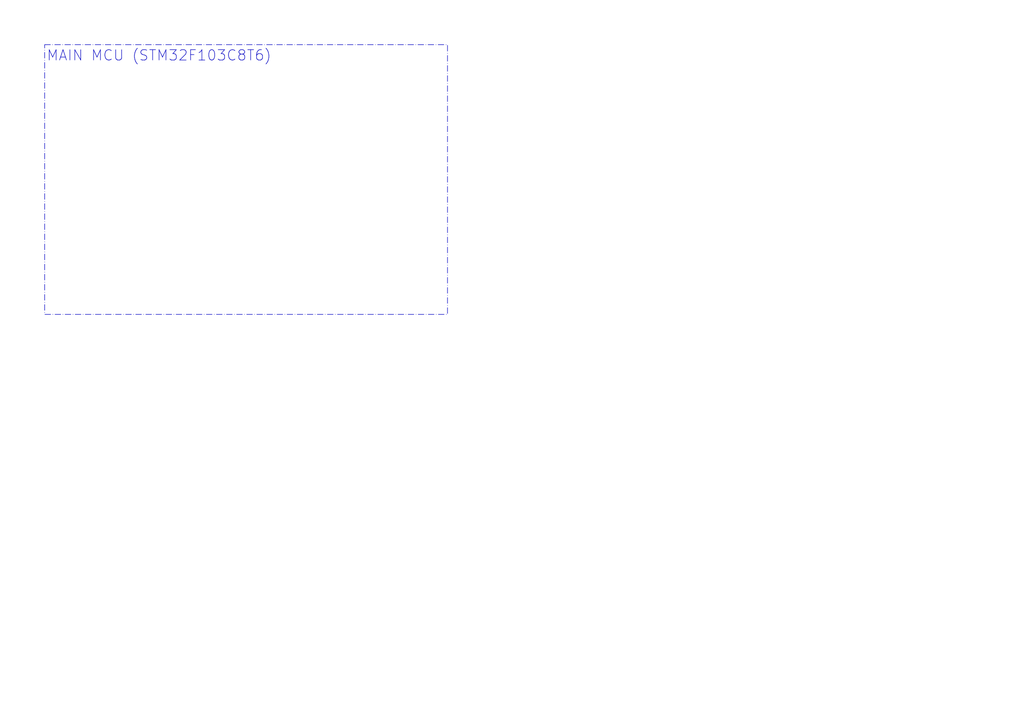
<source format=kicad_sch>
(kicad_sch (version 20230121) (generator eeschema)
  (paper "A4")
  (lib_symbols)
  (rectangle (start 12.954 12.954) (end 129.794 91.186) (stroke (width 0) (type dash_dot)))
  (text "MAIN MCU (STM32F103C8T6)" (at 13.462 18.034 0) (effects (font (size 3 3)) (justify left bottom)))
)
</source>
